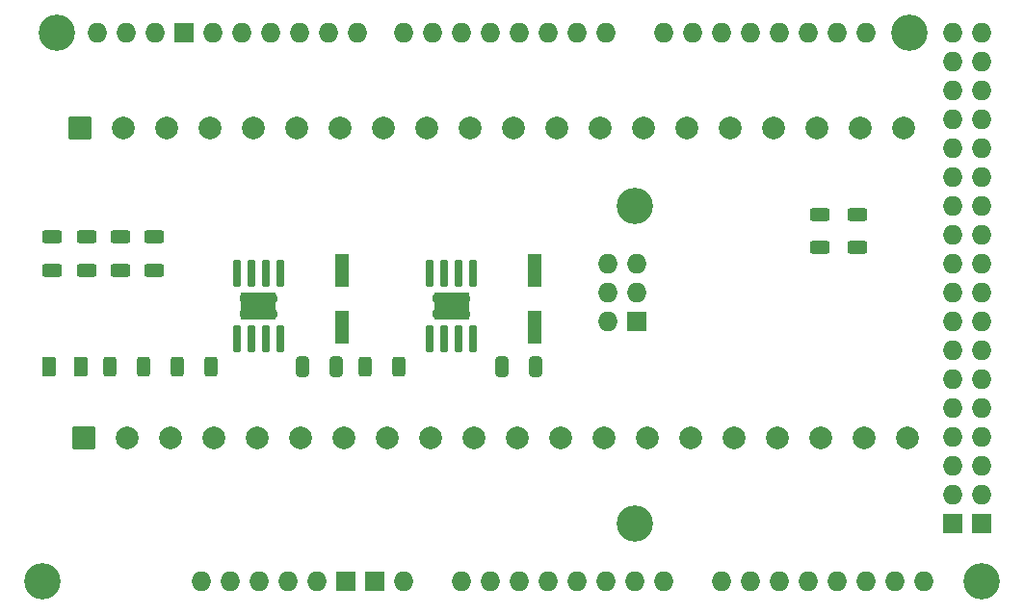
<source format=gbr>
%TF.GenerationSoftware,KiCad,Pcbnew,9.0.2*%
%TF.CreationDate,2025-06-29T11:55:11-05:00*%
%TF.ProjectId,k3ng-Rotator-v2,6b336e67-2d52-46f7-9461-746f722d7632,rev?*%
%TF.SameCoordinates,Original*%
%TF.FileFunction,Soldermask,Top*%
%TF.FilePolarity,Negative*%
%FSLAX46Y46*%
G04 Gerber Fmt 4.6, Leading zero omitted, Abs format (unit mm)*
G04 Created by KiCad (PCBNEW 9.0.2) date 2025-06-29 11:55:11*
%MOMM*%
%LPD*%
G01*
G04 APERTURE LIST*
G04 Aperture macros list*
%AMRoundRect*
0 Rectangle with rounded corners*
0 $1 Rounding radius*
0 $2 $3 $4 $5 $6 $7 $8 $9 X,Y pos of 4 corners*
0 Add a 4 corners polygon primitive as box body*
4,1,4,$2,$3,$4,$5,$6,$7,$8,$9,$2,$3,0*
0 Add four circle primitives for the rounded corners*
1,1,$1+$1,$2,$3*
1,1,$1+$1,$4,$5*
1,1,$1+$1,$6,$7*
1,1,$1+$1,$8,$9*
0 Add four rect primitives between the rounded corners*
20,1,$1+$1,$2,$3,$4,$5,0*
20,1,$1+$1,$4,$5,$6,$7,0*
20,1,$1+$1,$6,$7,$8,$9,0*
20,1,$1+$1,$8,$9,$2,$3,0*%
G04 Aperture macros list end*
%ADD10RoundRect,0.102000X-0.900000X-0.900000X0.900000X-0.900000X0.900000X0.900000X-0.900000X0.900000X0*%
%ADD11C,2.004000*%
%ADD12RoundRect,0.250000X0.312500X0.625000X-0.312500X0.625000X-0.312500X-0.625000X0.312500X-0.625000X0*%
%ADD13RoundRect,0.250000X-0.625000X0.312500X-0.625000X-0.312500X0.625000X-0.312500X0.625000X0.312500X0*%
%ADD14RoundRect,0.250000X0.625000X-0.312500X0.625000X0.312500X-0.625000X0.312500X-0.625000X-0.312500X0*%
%ADD15RoundRect,0.250000X-0.325000X-0.650000X0.325000X-0.650000X0.325000X0.650000X-0.325000X0.650000X0*%
%ADD16RoundRect,0.250000X-0.375000X-0.625000X0.375000X-0.625000X0.375000X0.625000X-0.375000X0.625000X0*%
%ADD17R,3.100000X2.400000*%
%ADD18RoundRect,0.070000X0.250000X-1.100000X0.250000X1.100000X-0.250000X1.100000X-0.250000X-1.100000X0*%
%ADD19C,0.770000*%
%ADD20R,1.168400X2.997200*%
%ADD21O,1.727200X1.727200*%
%ADD22R,1.727200X1.727200*%
%ADD23C,3.200000*%
G04 APERTURE END LIST*
D10*
%TO.C,J2*%
X100437470Y-67957204D03*
D11*
X104247470Y-67957204D03*
X108057470Y-67957204D03*
X111867470Y-67957204D03*
X115677470Y-67957204D03*
X119487470Y-67957204D03*
X123297470Y-67957204D03*
X127107470Y-67957204D03*
X130917470Y-67957204D03*
X134727470Y-67957204D03*
X138537470Y-67957204D03*
X142347470Y-67957204D03*
X146157470Y-67957204D03*
X149967470Y-67957204D03*
X153777470Y-67957204D03*
X157587470Y-67957204D03*
X161397470Y-67957204D03*
X165207470Y-67957204D03*
X169017470Y-67957204D03*
X172827470Y-67957204D03*
%TD*%
D12*
%TO.C,R2*%
X111962500Y-89000000D03*
X109037500Y-89000000D03*
%TD*%
D13*
%TO.C,R3*%
X168810000Y-75575000D03*
X168810000Y-78500000D03*
%TD*%
D14*
%TO.C,R6*%
X104000000Y-80500000D03*
X104000000Y-77575000D03*
%TD*%
%TO.C,R7*%
X98000000Y-80500000D03*
X98000000Y-77575000D03*
%TD*%
D15*
%TO.C,C3*%
X120025000Y-89000000D03*
X122975000Y-89000000D03*
%TD*%
D13*
%TO.C,R4*%
X165500000Y-75575000D03*
X165500000Y-78500000D03*
%TD*%
D16*
%TO.C,D1*%
X97712557Y-88958428D03*
X100512557Y-88958428D03*
%TD*%
D13*
%TO.C,R8*%
X101000000Y-77575000D03*
X101000000Y-80500000D03*
%TD*%
%TO.C,R5*%
X107000000Y-77575000D03*
X107000000Y-80500000D03*
%TD*%
D17*
%TO.C,U1*%
X133095000Y-83625000D03*
D18*
X131190000Y-86500000D03*
X132460000Y-86500000D03*
X133730000Y-86500000D03*
X135000000Y-86500000D03*
X135000000Y-80750000D03*
X133730000Y-80750000D03*
X132460000Y-80750000D03*
X131190000Y-80750000D03*
D19*
X131795000Y-84275000D03*
X133095000Y-84275000D03*
X134395000Y-84275000D03*
X131795000Y-82975000D03*
X133095000Y-82975000D03*
X134395000Y-82975000D03*
%TD*%
D12*
%TO.C,R1*%
X128462500Y-89000000D03*
X125537500Y-89000000D03*
%TD*%
%TO.C,R9*%
X106000000Y-89000000D03*
X103075000Y-89000000D03*
%TD*%
D17*
%TO.C,U2*%
X116124367Y-83625000D03*
D18*
X114219367Y-86500000D03*
X115489367Y-86500000D03*
X116759367Y-86500000D03*
X118029367Y-86500000D03*
X118029367Y-80750000D03*
X116759367Y-80750000D03*
X115489367Y-80750000D03*
X114219367Y-80750000D03*
D19*
X114824367Y-84275000D03*
X116124367Y-84275000D03*
X117424367Y-84275000D03*
X114824367Y-82975000D03*
X116124367Y-82975000D03*
X117424367Y-82975000D03*
%TD*%
D20*
%TO.C,C2*%
X123500000Y-80485400D03*
X123500000Y-85514600D03*
%TD*%
D21*
%TO.C,A1*%
X128911500Y-107844237D03*
X104527500Y-59584237D03*
X101987500Y-59584237D03*
X146818500Y-82444237D03*
X146818500Y-84984237D03*
X116211500Y-107844237D03*
X149358500Y-82444237D03*
X146818500Y-79904237D03*
X113671500Y-107844237D03*
D22*
X179711500Y-102764237D03*
X177171500Y-102764237D03*
X149358500Y-84984237D03*
X126371500Y-107844237D03*
X123831500Y-107844237D03*
X109607500Y-59584237D03*
D21*
X179711500Y-100224237D03*
X177171500Y-100224237D03*
X179711500Y-97684237D03*
X177171500Y-97684237D03*
X179711500Y-95144237D03*
X177171500Y-95144237D03*
X179711500Y-92604237D03*
X177171500Y-92604237D03*
X179711500Y-90064237D03*
X177171500Y-90064237D03*
X179711500Y-87524237D03*
X177171500Y-87524237D03*
X179711500Y-84984237D03*
X177171500Y-84984237D03*
X179711500Y-82444237D03*
X177171500Y-82444237D03*
X179711500Y-79904237D03*
X177171500Y-79904237D03*
X179711500Y-77364237D03*
X177171500Y-77364237D03*
X179711500Y-74824237D03*
X177171500Y-74824237D03*
X179711500Y-72284237D03*
X177171500Y-72284237D03*
X179711500Y-69744237D03*
X177171500Y-69744237D03*
X179711500Y-67204237D03*
X177171500Y-67204237D03*
X179711500Y-64664237D03*
X177171500Y-64664237D03*
X179711500Y-62124237D03*
X177171500Y-62124237D03*
X169551500Y-59584237D03*
X167011500Y-59584237D03*
X164471500Y-59584237D03*
X161931500Y-59584237D03*
X159391500Y-59584237D03*
X156851500Y-59584237D03*
X154311500Y-59584237D03*
X151771500Y-59584237D03*
X112147500Y-59584237D03*
X114687500Y-59584237D03*
X117227500Y-59584237D03*
X119767500Y-59584237D03*
X122307500Y-59584237D03*
X124847500Y-59584237D03*
X128911500Y-59584237D03*
X131451500Y-59584237D03*
X133991500Y-59584237D03*
X136531500Y-59584237D03*
X139071500Y-59584237D03*
X141611500Y-59584237D03*
X144151500Y-59584237D03*
X146691500Y-59584237D03*
X107067500Y-59584237D03*
X174631500Y-107844237D03*
X172091500Y-107844237D03*
X169551500Y-107844237D03*
X167011500Y-107844237D03*
X164471500Y-107844237D03*
X161931500Y-107844237D03*
X159391500Y-107844237D03*
X156851500Y-107844237D03*
X151771500Y-107844237D03*
X149231500Y-107844237D03*
X146691500Y-107844237D03*
X144151500Y-107844237D03*
X141611500Y-107844237D03*
X139071500Y-107844237D03*
X136531500Y-107844237D03*
X133991500Y-107844237D03*
X179711500Y-59584237D03*
X177171500Y-59584237D03*
X149358500Y-79904237D03*
X121291500Y-107844237D03*
X118751500Y-107844237D03*
D23*
X179711500Y-107844237D03*
X173361500Y-59584237D03*
X149231500Y-102764237D03*
X149231500Y-74824237D03*
D21*
X111131500Y-107844237D03*
D23*
X98431500Y-59584237D03*
X97161500Y-107844237D03*
%TD*%
D15*
%TO.C,C1*%
X137525000Y-89000000D03*
X140475000Y-89000000D03*
%TD*%
D10*
%TO.C,J1*%
X100770148Y-95196454D03*
D11*
X104580148Y-95196454D03*
X108390148Y-95196454D03*
X112200148Y-95196454D03*
X116010148Y-95196454D03*
X119820148Y-95196454D03*
X123630148Y-95196454D03*
X127440148Y-95196454D03*
X131250148Y-95196454D03*
X135060148Y-95196454D03*
X138870148Y-95196454D03*
X142680148Y-95196454D03*
X146490148Y-95196454D03*
X150300148Y-95196454D03*
X154110148Y-95196454D03*
X157920148Y-95196454D03*
X161730148Y-95196454D03*
X165540148Y-95196454D03*
X169350148Y-95196454D03*
X173160148Y-95196454D03*
%TD*%
D20*
%TO.C,C5*%
X140440768Y-80499073D03*
X140440768Y-85528273D03*
%TD*%
M02*

</source>
